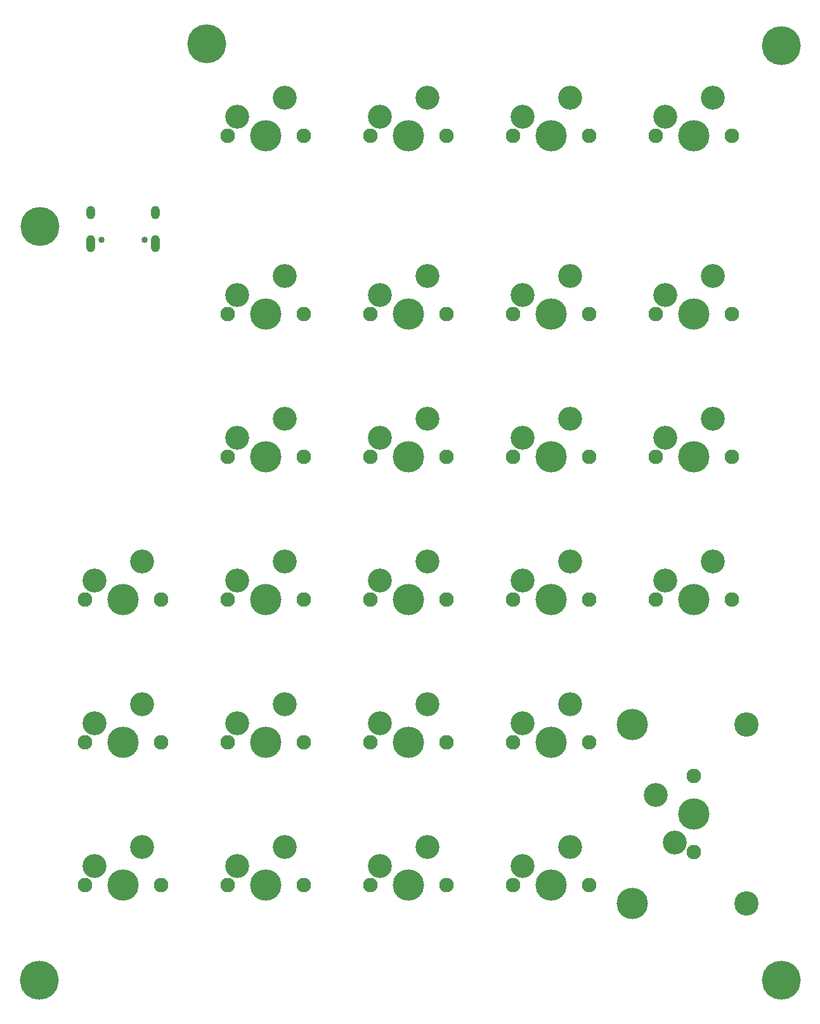
<source format=gts>
%TF.GenerationSoftware,KiCad,Pcbnew,(5.1.8-0-10_14)*%
%TF.CreationDate,2021-01-02T00:18:47+09:00*%
%TF.ProjectId,contender,636f6e74-656e-4646-9572-2e6b69636164,rev?*%
%TF.SameCoordinates,Original*%
%TF.FileFunction,Soldermask,Top*%
%TF.FilePolarity,Negative*%
%FSLAX46Y46*%
G04 Gerber Fmt 4.6, Leading zero omitted, Abs format (unit mm)*
G04 Created by KiCad (PCBNEW (5.1.8-0-10_14)) date 2021-01-02 00:18:47*
%MOMM*%
%LPD*%
G01*
G04 APERTURE LIST*
%ADD10C,1.950000*%
%ADD11C,3.200000*%
%ADD12C,4.187800*%
%ADD13C,5.200000*%
%ADD14C,3.248000*%
%ADD15C,0.850000*%
%ADD16O,1.200000X2.300000*%
%ADD17O,1.200000X1.800000*%
G04 APERTURE END LIST*
D10*
%TO.C,MX19*%
X99105720Y-115735600D03*
X88945720Y-115735600D03*
D11*
X90215720Y-113195600D03*
D12*
X94025720Y-115735600D03*
D11*
X96565720Y-110655600D03*
%TD*%
D10*
%TO.C,MX25*%
X41955720Y-115735600D03*
X31795720Y-115735600D03*
D11*
X33065720Y-113195600D03*
D12*
X36875720Y-115735600D03*
D11*
X39415720Y-110655600D03*
%TD*%
D10*
%TO.C,MX24*%
X41955720Y-96685600D03*
X31795720Y-96685600D03*
D11*
X33065720Y-94145600D03*
D12*
X36875720Y-96685600D03*
D11*
X39415720Y-91605600D03*
%TD*%
D13*
%TO.C,HOLE_M3*%
X25654000Y-147447000D03*
%TD*%
%TO.C,HOLE_M3*%
X25781000Y-46863000D03*
%TD*%
%TO.C,HOLE_M3*%
X48006000Y-22479000D03*
%TD*%
%TO.C,HOLE_M3*%
X124714000Y-22733000D03*
%TD*%
%TO.C,HOLE_M3*%
X124714000Y-147447000D03*
%TD*%
D10*
%TO.C,MX21*%
X61005720Y-134785600D03*
X50845720Y-134785600D03*
D11*
X52115720Y-132245600D03*
D12*
X55925720Y-134785600D03*
D11*
X58465720Y-129705600D03*
%TD*%
D12*
%TO.C,MX20*%
X104820720Y-137198600D03*
X104820720Y-113322600D03*
D14*
X120060720Y-137198600D03*
X120060720Y-113322600D03*
D10*
X113075720Y-120180600D03*
X113075720Y-130340600D03*
D11*
X110535720Y-129070600D03*
D12*
X113075720Y-125260600D03*
D11*
X107995720Y-122720600D03*
%TD*%
D15*
%TO.C,USB1*%
X39765720Y-48673080D03*
X33985720Y-48673080D03*
D16*
X32555720Y-49203080D03*
X41195720Y-49203080D03*
D17*
X32555720Y-45023080D03*
X41195720Y-45023080D03*
%TD*%
D10*
%TO.C,MX26*%
X41955720Y-134785600D03*
X31795720Y-134785600D03*
D11*
X33065720Y-132245600D03*
D12*
X36875720Y-134785600D03*
D11*
X39415720Y-129705600D03*
%TD*%
D10*
%TO.C,MX23*%
X99105720Y-134785600D03*
X88945720Y-134785600D03*
D11*
X90215720Y-132245600D03*
D12*
X94025720Y-134785600D03*
D11*
X96565720Y-129705600D03*
%TD*%
D10*
%TO.C,MX22*%
X80055720Y-134785600D03*
X69895720Y-134785600D03*
D11*
X71165720Y-132245600D03*
D12*
X74975720Y-134785600D03*
D11*
X77515720Y-129705600D03*
%TD*%
D10*
%TO.C,MX18*%
X80055720Y-115735600D03*
X69895720Y-115735600D03*
D11*
X71165720Y-113195600D03*
D12*
X74975720Y-115735600D03*
D11*
X77515720Y-110655600D03*
%TD*%
D10*
%TO.C,MX17*%
X61005720Y-115735600D03*
X50845720Y-115735600D03*
D11*
X52115720Y-113195600D03*
D12*
X55925720Y-115735600D03*
D11*
X58465720Y-110655600D03*
%TD*%
D10*
%TO.C,MX16*%
X118155720Y-96685600D03*
X107995720Y-96685600D03*
D11*
X109265720Y-94145600D03*
D12*
X113075720Y-96685600D03*
D11*
X115615720Y-91605600D03*
%TD*%
D10*
%TO.C,MX15*%
X99105720Y-96685600D03*
X88945720Y-96685600D03*
D11*
X90215720Y-94145600D03*
D12*
X94025720Y-96685600D03*
D11*
X96565720Y-91605600D03*
%TD*%
D10*
%TO.C,MX14*%
X80055720Y-96685600D03*
X69895720Y-96685600D03*
D11*
X71165720Y-94145600D03*
D12*
X74975720Y-96685600D03*
D11*
X77515720Y-91605600D03*
%TD*%
D10*
%TO.C,MX13*%
X61005720Y-96685600D03*
X50845720Y-96685600D03*
D11*
X52115720Y-94145600D03*
D12*
X55925720Y-96685600D03*
D11*
X58465720Y-91605600D03*
%TD*%
D10*
%TO.C,MX12*%
X118155720Y-77635600D03*
X107995720Y-77635600D03*
D11*
X109265720Y-75095600D03*
D12*
X113075720Y-77635600D03*
D11*
X115615720Y-72555600D03*
%TD*%
D10*
%TO.C,MX11*%
X99105720Y-77635600D03*
X88945720Y-77635600D03*
D11*
X90215720Y-75095600D03*
D12*
X94025720Y-77635600D03*
D11*
X96565720Y-72555600D03*
%TD*%
D10*
%TO.C,MX10*%
X80055720Y-77635600D03*
X69895720Y-77635600D03*
D11*
X71165720Y-75095600D03*
D12*
X74975720Y-77635600D03*
D11*
X77515720Y-72555600D03*
%TD*%
D10*
%TO.C,MX9*%
X61005720Y-77635600D03*
X50845720Y-77635600D03*
D11*
X52115720Y-75095600D03*
D12*
X55925720Y-77635600D03*
D11*
X58465720Y-72555600D03*
%TD*%
D10*
%TO.C,MX8*%
X118155720Y-58585600D03*
X107995720Y-58585600D03*
D11*
X109265720Y-56045600D03*
D12*
X113075720Y-58585600D03*
D11*
X115615720Y-53505600D03*
%TD*%
D10*
%TO.C,MX7*%
X99105720Y-58585600D03*
X88945720Y-58585600D03*
D11*
X90215720Y-56045600D03*
D12*
X94025720Y-58585600D03*
D11*
X96565720Y-53505600D03*
%TD*%
D10*
%TO.C,MX6*%
X80055720Y-58585600D03*
X69895720Y-58585600D03*
D11*
X71165720Y-56045600D03*
D12*
X74975720Y-58585600D03*
D11*
X77515720Y-53505600D03*
%TD*%
D10*
%TO.C,MX5*%
X61005720Y-58585600D03*
X50845720Y-58585600D03*
D11*
X52115720Y-56045600D03*
D12*
X55925720Y-58585600D03*
D11*
X58465720Y-53505600D03*
%TD*%
D10*
%TO.C,MX4*%
X118155720Y-34772600D03*
X107995720Y-34772600D03*
D11*
X109265720Y-32232600D03*
D12*
X113075720Y-34772600D03*
D11*
X115615720Y-29692600D03*
%TD*%
D10*
%TO.C,MX3*%
X99105720Y-34772600D03*
X88945720Y-34772600D03*
D11*
X90215720Y-32232600D03*
D12*
X94025720Y-34772600D03*
D11*
X96565720Y-29692600D03*
%TD*%
D10*
%TO.C,MX2*%
X80055720Y-34772600D03*
X69895720Y-34772600D03*
D11*
X71165720Y-32232600D03*
D12*
X74975720Y-34772600D03*
D11*
X77515720Y-29692600D03*
%TD*%
D10*
%TO.C,MX1*%
X61005720Y-34772600D03*
X50845720Y-34772600D03*
D11*
X52115720Y-32232600D03*
D12*
X55925720Y-34772600D03*
D11*
X58465720Y-29692600D03*
%TD*%
M02*

</source>
